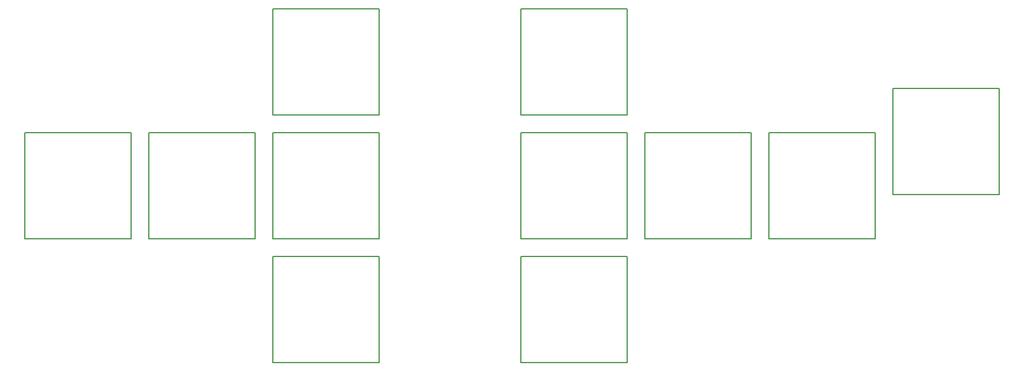
<source format=gbr>
G04 EAGLE Gerber RS-274X export*
G75*
%MOMM*%
%FSLAX34Y34*%
%LPD*%
%INSilkscreen Top*%
%IPPOS*%
%AMOC8*
5,1,8,0,0,1.08239X$1,22.5*%
G01*
%ADD10C,0.127000*%


D10*
X381000Y533400D02*
X533400Y533400D01*
X533400Y381000D01*
X381000Y381000D01*
X381000Y533400D01*
X736600Y533400D02*
X889000Y533400D01*
X889000Y381000D01*
X736600Y381000D01*
X736600Y533400D01*
X177800Y355600D02*
X25400Y355600D01*
X177800Y355600D02*
X177800Y203200D01*
X25400Y203200D01*
X25400Y355600D01*
X203200Y355600D02*
X355600Y355600D01*
X355600Y203200D01*
X203200Y203200D01*
X203200Y355600D01*
X381000Y355600D02*
X533400Y355600D01*
X533400Y203200D01*
X381000Y203200D01*
X381000Y355600D01*
X736600Y355600D02*
X889000Y355600D01*
X889000Y203200D01*
X736600Y203200D01*
X736600Y355600D01*
X914400Y355600D02*
X1066800Y355600D01*
X1066800Y203200D01*
X914400Y203200D01*
X914400Y355600D01*
X1092200Y355600D02*
X1244600Y355600D01*
X1244600Y203200D01*
X1092200Y203200D01*
X1092200Y355600D01*
X1270000Y419100D02*
X1422400Y419100D01*
X1422400Y266700D01*
X1270000Y266700D01*
X1270000Y419100D01*
X533400Y177800D02*
X381000Y177800D01*
X533400Y177800D02*
X533400Y25400D01*
X381000Y25400D01*
X381000Y177800D01*
X736600Y177800D02*
X889000Y177800D01*
X889000Y25400D01*
X736600Y25400D01*
X736600Y177800D01*
M02*

</source>
